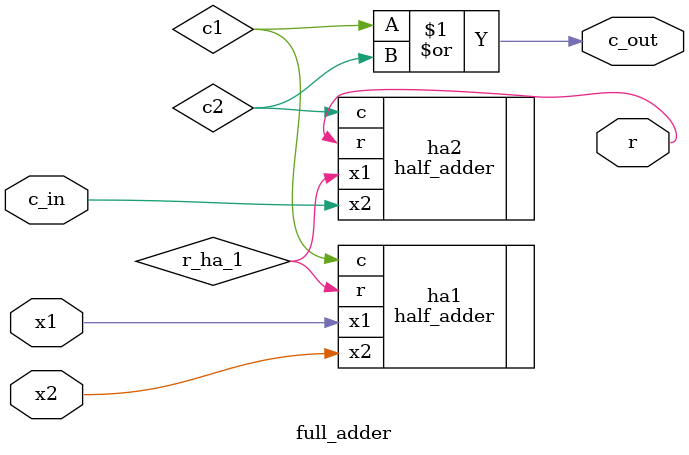
<source format=v>
module full_adder (x1, x2, c_in, c_out, r);

	input x1, x2, c_in;
	output c_out, r;
	
	wire r_ha_1, c1, c2;//r_ha_1 == reuslt of first half adder, c1 - carry from first adder, c2 - carry from second
	
	half_adder ha1( .x1(x1), .x2(x2), .r(r_ha_1), .c(c1)); //sum and save result in r_ha_1
	half_adder ha2( .x1(r_ha_1), .x2(c_in), .r(r), .c(c2)); //sum r_ha_1 and carry from input and save in final result r
	
	or(c_out, c1, c2); //save final carry for next full adder to c_out
	
endmodule
</source>
